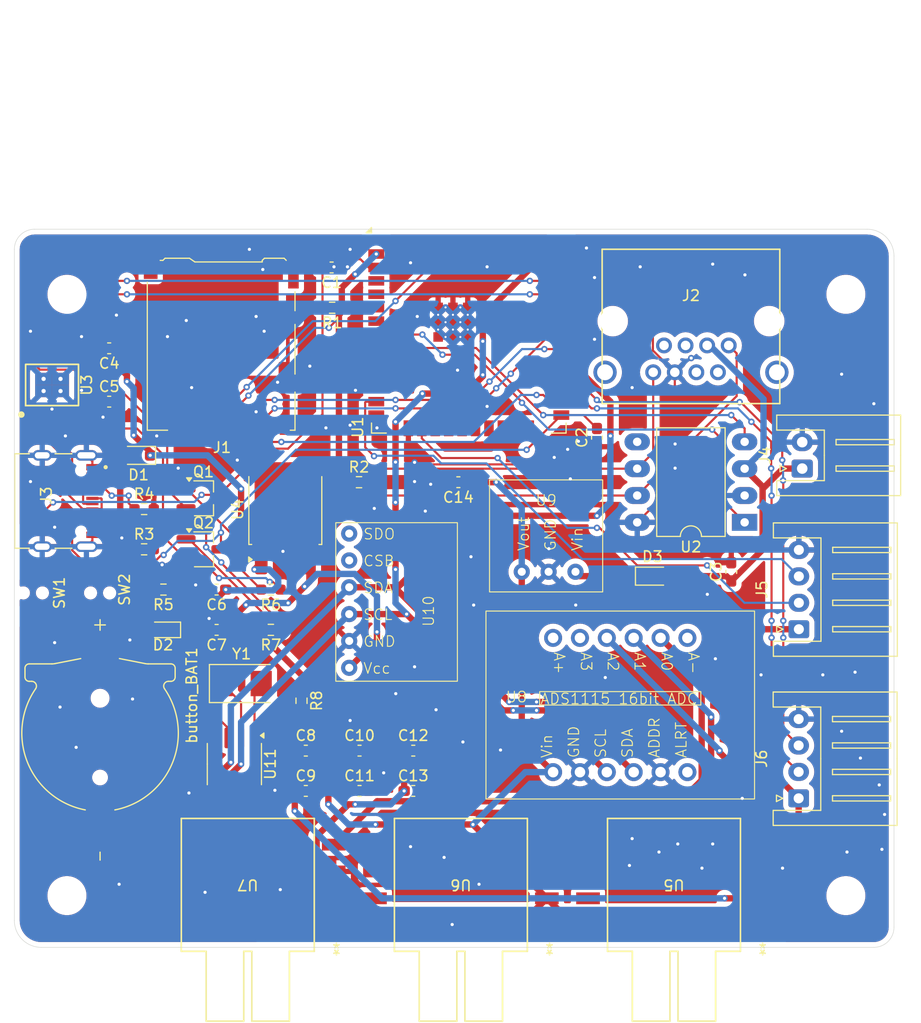
<source format=kicad_pcb>
(kicad_pcb (version 20240108) (generator "pcbnew") (generator_version "8.0")
  (layers (0 "F.Cu" signal) (31 "B.Cu" signal) (34 "B.Paste" user) (35 "F.Paste" user) (36 "B.SilkS" user "B.Silkscreen") (37 "F.SilkS" user "F.Silkscreen") (38 "B.Mask" user) (39 "F.Mask" user) (44 "Edge.Cuts" user))
  (net 0 "")
  (net 1 "Net-(U11-VBAT)")
  (net 2 "GND")
  (net 3 "EN")
  (net 4 "IO 0")
  (net 5 "ext.5V")
  (net 6 "Net-(U3-V3)")
  (net 7 "3.3V")
  (net 8 "Sensor5v")
  (net 9 "Net-(D1-A)")
  (net 10 "Net-(D2-A)")
  (net 11 "Net-(D3-K)")
  (net 15 "CMD")
  (net 18 "CLK")
  (net 20 "DAT3")
  (net 21 "DAT0")
  (net 25 "Net-(U2-CANH)")
  (net 26 "Net-(U2-CANL)")
  (net 30 "DN")
  (net 31 "DP")
  (net 33 "Net-(J3-CC2)")
  (net 35 "Net-(J3-CC1)")
  (net 36 "UART1-RX")
  (net 37 "UART1-TX")
  (net 38 "UART2-TX")
  (net 39 "UART2-RX")
  (net 40 "Net-(Q1-B)")
  (net 41 "RTS")
  (net 42 "DTR")
  (net 43 "Net-(Q2-B)")
  (net 44 "Net-(U11-SQW{slash}OUT)")
  (net 46 "SCL")
  (net 48 "SDA")
  (net 61 "CANTX")
  (net 62 "K-TX>RX")
  (net 63 "CANRX")
  (net 68 "32-TX>RX")
  (net 73 "3-OUT")
  (net 77 "2-OUT")
  (net 86 "1-OUT")
  (net 95 "Net-(U11-X2)")
  (net 96 "Net-(U11-X1)")
  (footprint "MountingHole:MountingHole_3.2mm_M3" (layer "F.Cu") (at 41.804 53.146)
    (property "Reference" "REF**" (hide yes))
    (property "Value" "MountingHole_3.2mm_M3" (hide yes))
  )
  (footprint "Package_TO_SOT_SMD:SC-59_Handsoldering" (layer "F.Cu") (at 54.7148 77.276)
    (property "Reference" "Q2")
    (property "Value" "2SC2712-GR" (hide yes))
  )
  (footprint "Resistor_SMD:R_0603_1608Metric_Pad0.98x0.95mm_HandSolder" (layer "F.Cu") (at 63.9848 91.6035 -90)
    (property "Reference" "R8")
    (property "Value" "4.7k or 5.1k")
  )
  (footprint "digikey-MPXV7002DP:MPXV7002DP" (layer "F.Cu") (at 99.208 109.026 180)
    (property "Reference" "U5")
    (property "Value" "MPXV7002DP")
  )
  (footprint "Resistor_SMD:R_0603_1608Metric_Pad0.98x0.95mm_HandSolder" (layer "F.Cu") (at 66.8823 54.416 180)
    (property "Reference" "R1")
    (property "Value" "10k" (hide yes))
  )
  (footprint "Resistor_SMD:R_0603_1608Metric_Pad0.98x0.95mm_HandSolder" (layer "F.Cu") (at 61.0873 84.896 180)
    (property "Reference" "R7")
    (property "Value" "10k" (hide yes))
  )
  (footprint "Crystal:Crystal_SMD_5032-2Pin_5.0x3.2mm" (layer "F.Cu") (at 58.3248 89.976)
    (property "Reference" "Y1")
    (property "Value" "32.768kHz" (hide yes))
  )
  (footprint "Capacitor_SMD:C_0603_1608Metric_Pad1.08x0.95mm_HandSolder" (layer "F.Cu") (at 78.8173 70.926 180)
    (property "Reference" "C14")
    (property "Value" "10μF")
  )
  (footprint "snapEDA:BAT_CH291-1220LF" (layer "F.Cu") (at 44.9348 95.431 -90)
    (property "Reference" "button_BAT1")
    (property "Value" "3.3v")
  )
  (footprint "Capacitor_SMD:C_0603_1608Metric_Pad1.08x0.95mm_HandSolder" (layer "F.Cu") (at 91.9248 66.7085 90)
    (property "Reference" "C2")
    (property "Value" "0.1μ")
  )
  (footprint "Resistor_SMD:R_0603_1608Metric_Pad0.98x0.95mm_HandSolder" (layer "F.Cu") (at 69.4223 70.926)
    (property "Reference" "R2")
    (property "Value" "120")
  )
  (footprint "Capacitor_SMD:C_0603_1608Metric_Pad1.08x0.95mm_HandSolder" (layer "F.Cu") (at 104.6248 79.4085 90)
    (property "Reference" "C3")
    (property "Value" "0.1μ")
  )
  (footprint "Diode_SMD:D_SOD-323F" (layer "F.Cu") (at 97.1748 79.816)
    (property "Reference" "D3")
    (property "Value" "CUHS20F30")
  )
  (footprint "Capacitor_SMD:C_0603_1608Metric_Pad1.08x0.95mm_HandSolder" (layer "F.Cu") (at 45.7973 58.256 180)
    (property "Reference" "C4")
    (property "Value" "0.1μ")
  )
  (footprint "Capacitor_SMD:C_0603_1608Metric_Pad1.08x0.95mm_HandSolder" (layer "F.Cu") (at 69.4723 100.136)
    (property "Reference" "C11")
    (property "Value" "0.01μF" (hide yes))
  )
  (footprint "Capacitor_SMD:C_0603_1608Metric_Pad1.08x0.95mm_HandSolder" (layer "F.Cu") (at 74.5523 96.326)
    (property "Reference" "C12")
    (property "Value" "1μF" (hide yes))
  )
  (footprint "MountingHole:MountingHole_3.2mm_M3" (layer "F.Cu") (at 41.804 110.042)
    (property "Reference" "REF**" (hide yes))
    (property "Value" "MountingHole_3.2mm_M3" (hide yes))
  )
  (footprint "Package_SO:SOIC-8_3.9x4.9mm_P1.27mm" (layer "F.Cu") (at 57.6348 97.596 -90)
    (property "Reference" "U11")
    (property "Value" "DS1307ZN+" (hide yes))
  )
  (footprint "user:ADS1115" (layer "F.Cu") (at 81.428 83.118)
    (property "Reference" "U8")
    (property "Value" "~")
  )
  (footprint "Capacitor_SMD:C_0603_1608Metric_Pad1.08x0.95mm_HandSolder" (layer "F.Cu") (at 69.4723 96.326)
    (property "Reference" "C10")
    (property "Value" "1μF" (hide yes))
  )
  (footprint "Capacitor_SMD:C_0603_1608Metric_Pad1.08x0.95mm_HandSolder" (layer "F.Cu") (at 64.3923 100.136)
    (property "Reference" "C9")
    (property "Value" "1μF" (hide yes))
  )
  (footprint "Button_Switch_additional:TVAF06-A020B-R" (layer "F.Cu") (at 38.5848 81.401)
    (property "Reference" "SW1")
    (property "Value" "SW_Push")
  )
  (footprint "Connector_JST:JST_XH_S4B-XH-A_1x04_P2.50mm_Horizontal" (layer "F.Cu") (at 111.019 84.836 90)
    (property "Reference" "J5")
    (property "Value" "B4B-XH-A_LF__SN_")
  )
  (footprint "Button_Switch_additional:TVAF06-A020B-R" (layer "F.Cu") (at 44.9348 81.401 180)
    (property "Reference" "SW2")
    (property "Value" "SW_Push" (hide yes))
  )
  (footprint "digikey-MPXV7002DP:MPXV7002DP" (layer "F.Cu") (at 58.9048 109.026 180)
    (property "Reference" "U7")
    (property "Value" "MPXV7002DP")
  )
  (footprint "user:DCDC-5V" (layer "F.Cu") (at 81.7648 71.146)
    (property "Reference" "U9")
    (property "Value" "~")
  )
  (footprint "Capacitor_SMD:C_0603_1608Metric_Pad1.08x0.95mm_HandSolder" (layer "F.Cu") (at 45.7973 63.306)
    (property "Reference" "C5")
    (property "Value" "0.1μ")
  )
  (footprint "Capacitor_SMD:C_0603_1608Metric_Pad1.08x0.95mm_HandSolder" (layer "F.Cu") (at 74.5523 100.136)
    (property "Reference" "C13")
    (property "Value" "0.01μF" (hide yes))
  )
  (footprint "Diode_SMD:D_SOD-323F" (layer "F.Cu") (at 48.5748 68.386 180)
    (property "Reference" "D1")
    (property "Value" "CUHS20F30" (hide yes))
  )
  (footprint "Capacitor_SMD:C_0603_1608Metric_Pad1.08x0.95mm_HandSolder" (layer "F.Cu") (at 64.3923 96.326)
    (property "Reference" "C8")
    (property "Value" "0.01μF" (hide yes))
  )
  (footprint "user:BMP280-breakout" (layer "F.Cu") (at 67.2248 89.756 90)
    (property "Reference" "U10")
    (property "Value" "BMP280-breakout" (hide yes))
  )
  (footprint "Package_TO_SOT_SMD:SC-59_Handsoldering" (layer "F.Cu") (at 54.7148 72.449324)
    (property "Reference" "Q1")
    (property "Value" "2SC2712-GR" (hide yes))
  )
  (footprint "Connector_JST:JST_XH_S2B-XH-A_1x02_P2.50mm_Horizontal" (layer "F.Cu") (at 111.3348 69.636 90)
    (property "Reference" "J4")
    (property "Value" "B2B-XH-A_LF__SN_")
  )
  (footprint "Capacitor_SMD:C_0603_1608Metric_Pad1.08x0.95mm_HandSolder" (layer "F.Cu") (at 55.9573 84.896 180)
    (property "Reference" "C7")
    (property "Value" "22μF" (hide yes))
  )
  (footprint "Connector_JST:JST_XH_S4B-XH-A_1x04_P2.50mm_Horizontal" (layer "F.Cu") (at 110.998 100.838 90)
    (property "Reference" "J6")
    (property "Value" "B4B-XH-A_LF__SN_")
  )
  (footprint "KUT_Connector.pretty-master:7810-8P8C" (layer "F.Cu") (at 100.8148 55.686 180)
    (property "Reference" "J2")
    (property "Value" "RJ45")
  )
  (footprint "Package_DIP:DIP-8_W10.16mm_LongPads" (layer "F.Cu") (at 105.8898 74.726 180)
    (property "Reference" "U2")
    (property "Value" "MCP2561-E-P" (hide yes))
  )
  (footprint "LED_SMD:LED_0603_1608Metric_Pad1.05x0.95mm_HandSolder" (layer "F.Cu") (at 50.8898 84.896 180)
    (property "Reference" "D2")
    (property "Value" "LED" (hide yes))
  )
  (footprint "Capacitor_SMD:C_0603_1608Metric_Pad1.08x0.95mm_HandSolder" (layer "F.Cu") (at 66.8323 50.606 180)
    (property "Reference" "C1")
    (property "Value" "0.1μ" (hide yes))
  )
  (footprint "Resistor_SMD:R_0603_1608Metric_Pad0.98x0.95mm_HandSolder" (layer "F.Cu") (at 49.1023 77.276)
    (property "Reference" "R3")
    (property "Value" "5.1k" (hide yes))
  )
  (footprint "Package_TO_SOT_SMD:TO-252-2" (layer "F.Cu") (at 62.4548 73.506 90)
    (property "Reference" "U4")
    (property "Value" "NJM2845DL1-33" (hide yes))
  )
  (footprint "MountingHole:MountingHole_3.2mm_M3" (layer "F.Cu") (at 115.464 110.042)
    (property "Reference" "REF**" (hide yes))
    (property "Value" "MountingHole_3.2mm_M3" (hide yes))
  )
  (footprint "snapEDA:NELTRON_5077CR-16SMC2-BK-TR" (layer "F.Cu") (at 43.1423 72.706 -90)
    (property "Reference" "J3")
    (property "Value" "5077CR-16SMC2-BK-TR" (hide yes))
  )
  (footprint "Connector_Card:microSD_HC_Hirose_DM3AT-SF-PEJM5" (layer "F.Cu") (at 56.3948 58.121 180)
    (property "Reference" "J1")
    (property "Value" "DM3AT-SF-PEJM5")
  )
  (footprint "digikey-MPXV7002DP:MPXV7002DP" (layer "F.Cu") (at 79.0564 109.026 180)
    (property "Reference" "U6")
    (property "Value" "MPXV7002DP")
  )
  (footprint "Resistor_SMD:R_0603_1608Metric_Pad0.98x0.95mm_HandSolder" (layer "F.Cu") (at 50.9273 81.086 180)
    (property "Reference" "R5")
    (property "Value" "1k" (hide yes))
  )
  (footprint "Resistor_SMD:R_0603_1608Metric_Pad0.98x0.95mm_HandSolder" (layer "F.Cu") (at 49.1023 73.466)
    (property "Reference" "R4")
    (property "Value" "5.1k" (hide yes))
  )
  (footprint "0my_project:ESSOP-10_CH224K" (layer "F.Cu") (at 40.3948 61.726 90)
    (property "Reference" "U3")
    (property "Value" "CH340K")
  )
  (footprint "Capacitor_SMD:C_0603_1608Metric_Pad1.08x0.95mm_HandSolder" (layer "F.Cu") (at 55.9573 81.086 180)
    (property "Reference" "C6")
    (property "Value" "10μF" (hide yes))
  )
  (footprint "MountingHole:MountingHole_3.2mm_M3" (layer "F.Cu") (at 115.464 53.146)
    (property "Reference" "REF**" (hide yes))
    (property "Value" "MountingHole_3.2mm_M3" (hide yes))
  )
  (footprint "RF_Module:ESP32-WROOM-32E" (layer "F.Cu") (at 79.8048 53.326)
    (property "Reference" "U1")
    (property "Value" "ESP32-WROOM-32E" (hide yes))
  )
  (footprint "Resistor_SMD:R_0603_1608Metric_Pad0.98x0.95mm_HandSolder" (layer "F.Cu") (at 61.0873 81.086 180)
    (property "Reference" "R6")
    (property "Value" "10k" (hide yes))
  )
  (gr_line (start 36.83 48.895) (end 36.83 112.395) (stroke (width 0.05)) (layer "Edge.Cuts"))
  (gr_arc (start 120.015 113.03) (mid 119.457038 114.377038) (end 118.11 114.935) (stroke (width 0.05)) (layer "Edge.Cuts"))
  (gr_line (start 120.015 113.03) (end 120.015 49.53) (stroke (width 0.05)) (layer "Edge.Cuts"))
  (gr_arc (start 36.83 48.895) (mid 37.387962 47.547962) (end 38.735 46.99) (stroke (width 0.05)) (layer "Edge.Cuts"))
  (gr_line (start 39.37 114.935) (end 118.11 114.935) (stroke (width 0.05)) (layer "Edge.Cuts"))
  (gr_line (start 117.475 46.99) (end 38.735 46.99) (stroke (width 0.05)) (layer "Edge.Cuts"))
  (gr_arc (start 39.37 114.935) (mid 37.573949 114.191051) (end 36.83 112.395) (stroke (width 0.05)) (layer "Edge.Cuts"))
  (gr_arc (start 117.475 46.99) (mid 119.271051 47.733949) (end 120.015 49.53) (stroke (width 0.05)) (layer "Edge.Cuts"))
  (segment (start 56.9998 94.146001) (end 50.389799 87.536) (width 0.2) (layer "F.Cu") (net 1))
  (segment (start 56.9998 95.121) (end 56.9998 94.146001) (width 0.2) (layer "F.Cu") (net 1))
  (segment (start 50.389799 87.536) (end 44.9348 87.536) (width 0.2) (layer "F.Cu") (net 1))
  (segment (start 74.0898 65.826) (end 74.0898 68.4598) (width 0.2) (layer "F.Cu") (net 2))
  (segment (start 44.2073 75.906) (end 44.2073 76.461) (width 0.2) (layer "F.Cu") (net 2))
  (segment (start 97.2148 55.776) (end 89.5048 48.066) (width 0.2) (layer "F.Cu") (net 2))
  (segment (start 59.1198 64.8322) (end 59.69 64.262) (width 0.2) (layer "F.Cu") (net 2))
  (segment (start 59.1198 65.846) (end 59.1198 64.8322) (width 0.2) (layer "F.Cu") (net 2))
  (segment (start 74.0898 68.4598) (end 74.676 69.046) (width 0.2) (layer "F.Cu") (net 2))
  (segment (start 99.2848 67.2808) (end 99.2848 60.526) (width 0.2) (layer "F.Cu") (net 2))
  (segment (start 99.2848 60.526) (end 97.2148 58.456) (width 0.2) (layer "F.Cu") (net 2))
  (segment (start 44.2073 69.506) (end 44.2073 68.951) (width 0.2) (layer "F.Cu") (net 2))
  (segment (start 88.392 68.58) (end 89.154 67.818) (width 0.2) (layer "F.Cu") (net 2))
  (segment (start 77.9548 70.926) (end 74.736 70.926) (width 0.2) (layer "F.Cu") (net 2))
  (segment (start 90.17 67.056) (end 89.916 67.056) (width 0.2) (layer "F.Cu") (net 2))
  (segment (start 99.314 67.31) (end 99.2848 67.2808) (width 0.2) (layer "F.Cu") (net 2))
  (segment (start 74.87 69.24) (end 87.224 69.24) (width 0.2) (layer "F.Cu") (net 2))
  (segment (start 89.5048 48.066) (end 88.5548 48.066) (width 0.2) (layer "F.Cu") (net 2))
  (segment (start 87.224 69.24) (end 87.884 68.58) (width 0.2) (layer "F.Cu") (net 2))
  (segment (start 74.736 70.926) (end 74.676 70.866) (width 0.2) (layer "F.Cu") (net 2))
  (segment (start 99.314 71.1418) (end 99.314 69.596) (width 0.2) (layer "F.Cu") (net 2))
  (segment (start 87.884 68.58) (end 88.392 68.58) (width 0.2) (layer "F.Cu") (net 2))
  (segment (start 95.7298 74.726) (end 99.314 71.1418) (width 0.2) (layer "F.Cu") (net 2))
  (segment (start 44.2073 76.461) (end 43.6423 77.026) (width 0.2) (layer "F.Cu") (net 2))
  (segment (start 44.2073 68.951) (end 43.6423 68.386) (width 0.2) (layer "F.Cu") (net 2))
  (segment (start 89.916 67.056) (end 89.154 67.818) (width 0.2) (layer "F.Cu") (net 2))
  (segment (start 97.2148 58.456) (end 97.2148 55.776) (width 0.2) (layer "F.Cu") (net 2))
  (segment (start 74.676 69.046) (end 74.87 69.24) (width 0.2) (layer "F.Cu") (net 2))
  (via (at 99.314 69.596) (size 0.6) (drill 0.3) (layers "F.Cu" "B.Cu") (net 2))
  (via (at 40.64 86.106) (size 0.6) (drill 0.3) (layers "F.Cu" "B.Cu") (net 2))
  (via (at 71.755 98.425) (size 0.6) (drill 0.3) (layers "F.Cu" "B.Cu") (net 2))
  (via (at 115.062 60.706) (size 0.6) (drill 0.3) (layers "F.Cu" "B.Cu") (net 2))
  (via (at 46.736 108.966) (size 0.6) (drill 0.3) (layers "F.Cu" "B.Cu") (net 2))
  (via (at 47.752 85.852) (size 0.6) (drill 0.3) (layers "F.Cu" "B.Cu") (net 2))
  (via (at 62.23 77.47) (size 0.6) (drill 0.3) (layers "F.Cu" "B.Cu") (net 2))
  (via (at 118.618 99.568) (size 0.6) (drill 0.3) (layers "F.Cu" "B.Cu") (net 2))
  (via (at 80.264 82.55) (size 0.6) (drill 0.3) (layers "F.Cu" "B.Cu") (net 2))
  (via (at 87.884 68.58) (size 0.6) (drill 0.3) (layers "F.Cu" "B.Cu") (net 2))
  (via (at 101.854 107.442) (size 0.6) (drill 0.3) (layers "F.Cu" "B.Cu") (net 2))
  (via (at 102.362 81.534) (size 0.6) (drill 0.3) (layers "F.Cu" "B.Cu") (net 2))
  (via (at 80.01 77.978) (size 0.6) (drill 0.3) (layers "F.Cu" "B.Cu") (net 2))
  (via (at 69.088 62.23) (size 0.6) (drill 0.3) (layers "F.Cu" "B.Cu") (net 2))
  (via (at 41.148 92.202) (size 0.6) (drill 0.3) (layers "F.Cu" "B.Cu") (net 2))
  (via (at 64.77 59.944) (size 0.6) (drill 0.3) (layers "F.Cu" "B.Cu") (net 2))
  (via (at 68.58 48.895) (size 0.6) (drill 0.3) (layers "F.Cu" "B.Cu") (net 2))
  (via (at 99.314 67.31) (size 0.6) (drill 0.3) (layers "F.Cu" "B.Cu") (net 2))
  (via (at 45.212 64.77) (size 0.6) (drill 0.3) (layers "F.Cu" "B.Cu") (net 2))
  (via (at 91.694 57.404) (size 0.6) (drill 0.3) (layers "F.Cu" "B.Cu") (net 2))
  (via (at 57.912 68.834) (size 0.6) (drill 0.3) (layers "F.Cu" "B.Cu") (net 2))
  (via (at 74.676 70.866) (size 0.6) (drill 0.3) (layers "F.Cu" "B.Cu") (net 2))
  (via (at 61.722 61.468) (size 0.6) (drill 0.3) (layers "F.Cu" "B.Cu") (net 2))
  (via (at 77.47 106.426) (size 0.6) (drill 0.3) (layers "F.Cu" "B.Cu") (net 2))
  (via (at 97.79 105.918) (size 0.6) (drill 0.3) (layers "F.Cu" "B.Cu") (net 2))
  (via (at 115.062 94.488) (size 0.6) (drill 0.3) (layers "F.Cu" "B.Cu") (net 2))
  (via (at 89.154 67.818) (size 0.6) (drill 0.3) (layers "F.Cu" "B.Cu") (net 2))
  (via (at 89.408 70.612) (size 0.6) (drill 0.3) (layers "F.Cu" "B.Cu") (net 2))
  (via (at 119.126 102.362) (size 0.6) (drill 0.3) (layers "F.Cu" "B.Cu") (net 2))
  (via (at 75.692 73.66) (size 0.6) (drill 0.3) (layers "F.Cu" "B.Cu") (net 2))
  (via (at 74.93 55.245) (size 0.6) (drill 0.3) (layers "F.Cu" "B.Cu") (net 2))
  (via (at 118.11 63.5) (size 0.6) (drill 0.3) (layers "F.Cu" "B.Cu") (net 2))
  (via (at 55.245 83.82) (size 0.6) (drill 0.3) (layers "F.Cu" "B.Cu") (net 2))
  (via (at 81.534 50.546) (size 0.6) (drill 0.3) (layers "F.Cu" "B.Cu") (net 2))
  (via (at 115.57 105.918) (size 0.6) (drill 0.3) (layers "F.Cu" "B.Cu") (net 2))
  (via (at 54.864 109.728) (size 0.6) (drill 0.3) (layers "F.Cu" "B.Cu") (net 2))
  (via (at 105.918 51.308) (size 0.6) (drill 0.3) (layers "F.Cu" "B.Cu") (net 2))
  (via (at 53.975 80.645) (size 0.6) (drill 0.3) (layers "F.Cu" "B.Cu") (net 2))
  (via (at 68.58 65.532) (size 0.6) (drill 0.3) (layers "F.Cu" "B.Cu") (net 2))
  (via (at 87.376 77.216) (size 0.6) (drill 0.3) (layers "F.Cu" "B.Cu") (net 2))
  (via (at 94.996 107.188) (size 0.6) (drill 0.3) (layers "F.Cu" "B.Cu") (net 2))
  (via (at 43.18 62.23) (size 0.6) (drill 0.3) (layers "F.Cu" "B.Cu") (net 2))
  (via (at 38.354 70.866) (size 0.6) (drill 0.3) (layers "F.Cu" "B.Cu") (net 2))
  (via (at 40.64 75.184) (size 0.6) (drill 0.3) (layers "F.Cu" "B.Cu") (net 2))
  (via (at 113.284 89.154) (size 0.6) (drill 0.3) (layers "F.Cu" "B.Cu") (net 2))
  (via (at 42.672 96.012) (size 0.6) (drill 0.3) (layers "F.Cu" "B.Cu") (net 2))
  (via (at 43.18 57.15) (size 0.6) (drill 0.3) (layers "F.Cu" "B.Cu") (net 2))
  (via (at 61.468 100.076) (size 0.6) (drill 0.3) (layers "F.Cu" "B.Cu") (net 2))
  (via (at 53.34 100.33) (size 0.6) (drill 0.3) (layers "F.Cu" "B.Cu") (net 2))
  (via (at 53.594 61.976) (size 0.6) (drill 0.3) (layers "F.Cu" "B.Cu") (net 2))
  (via (at 59.69 64.262) (size 0.6) (drill 0.3) (layers "F.Cu" "B.Cu") (net 2))
  (via (at 40.386 64.008) (size 0.6) (drill 0.3) (layers "F.Cu" "B.Cu") (net 2))
  (via (at 67.056 50.546) (size 0.6) (drill 0.3) (layers "F.Cu" "B.Cu") (net 2))
  (via (at 102.87 105.156) (size 0.6) (drill 0.3) (layers "F.Cu" "B.Cu") (net 2))
  (via (at 71.12 65.786) (size 0.6) (drill 0.3) (layers "F.Cu" "B.Cu") (net 2))
  (via (at 76.708 92.456) (size 0.6) (drill 0.3) (layers "F.Cu" "B.Cu") (net 2))
  (via (at 76.2 71.12) (size 0.6) (drill 0.3) (layers "F.Cu" "B.Cu") (net 2))
  (via (at 52.324 69.596) (size 0.6) (drill 0.3) (layers "F.Cu" "B.Cu") (net 2))
  (via (at 70.866 73.406) (size 0.6) (drill 0.3) (layers "F.Cu" "B.Cu") (net 2))
  (via (at 59.055 48.895) (size 0.6) (drill 0.3) (layers "F.Cu" "B.Cu") (net 2))
  (via (at 50.8 78.74) (size 0.6) (drill 0.3) (layers "F.Cu" "B.Cu") (net 2))
  (via (at 66.294 65.786) (size 0.6) (drill 0.3) (layers "F.Cu" "B.Cu") (net 2))
  (via (at 79.248 95.504) (size 0.6) (drill 0.3) (layers "F.Cu" "B.Cu") (net 2))
  (via (at 78.232 112.776) (size 0.6) (drill 0.3) (layers "F.Cu" "B.Cu") (net 2))
  (via (at 95.25 61.976) (size 0.6) (drill 0.3) (layers "F.Cu" "B.Cu") (net 2))
  (via (at 72.898 90.932) (size 0.6) (drill 0.3) (layers "F.Cu" "B.Cu") (net 2))
  (via (at 90.932 48.768) (size 0.6) (drill 0.3) (layers "F.Cu" "B.Cu") (net 2))
  (via (at 68.326 50.546) (size 0.6) (drill 0.3) (layers "F.Cu" "B.Cu") (net 2))
  (via (at 48.006 91.44) (size 0.6) (drill 0.3) (layers "F.Cu" "B.Cu") (net 2))
  (via (at 118.872 105.664) (size 0.6) (drill 0.3) (layers "F.Cu" "B.Cu") (net 2))
  (via (at 91.694 51.562) (size 0.6) (drill 0.3) (layers "F.Cu" "B.Cu") (net 2))
  (via (at 81.534 63.754) (size 0.6) (drill 0.3) (layers "F.Cu" "B.Cu") (net 2))
  (via (at 68.58 93.472) (size 0.6) (drill 0.3) (layers "F.Cu" "B.Cu") (net 2))
  (via (at 99.568 105.156) (size 0.6) (drill 0.3) (layers "F.Cu" "B.Cu") (net 2))
  (via (at 60.325 50.8) (size 0.6) (drill 0.3) (layers "F.Cu" "B.Cu") (net 2))
  (via (at 107.442 89.154) (size 0.6) (drill 0.3) (layers "F.Cu" "B.Cu") (net 2))
  (via (at 96.012 50.546) (size 0.6) (drill 0.3) (layers "F.Cu" "B.Cu") (net 2))
  (via (at 74.295 105.41) (size 0.6) (drill 0.3) (layers "F.Cu" "B.Cu") (net 2))
  (via (at 51.308 57.15) (size 0.6) (drill 0.3) (layers "F.Cu" "B.Cu") (net 2))
  (via (at 90.17 67.056) (size 0.6) (drill 0.3) (layers "F.Cu" "B.Cu") (net 2))
  (via (at 80.772 108.966) (size 0.6) (drill 0.3) (layers "F.Cu" "B.Cu") (net 2))
  (via (at 53.086 55.626) (size 0.6) (drill 0.3) (layers "F.Cu" "B.Cu") (net 2))
  (via (at 60.452 56.642) (size 0.6) (drill 0.3) (layers "F.Cu" "B.Cu") (net 2))
  (via (at 82.804 96.266) (size 0.6) (drill 0.3) (layers "F.Cu" "B.Cu") (net 2))
  (via (at 116.332 88.9) (size 0.6) (drill 0.3) (layers "F.Cu" "B.Cu") (net 2))
  (via (at 41.656 66.548) (size 0.6) (drill 0.3) (layers "F.Cu" "B.Cu") (net 2))
  (via (at 89.916 82.55) (size 0.6) (drill 0.3) (layers "F.Cu" "B.Cu") (net 2))
  (via (at 105.664 100.838) (size 0.6) (drill 0.3) (layers "F.Cu" "B.Cu") (net 2))
  (via (at 95.25 104.648) (size 0.6) (drill 0.3) (layers "F.Cu" "B.Cu") (net 2))
  (via (at 92.71 89.408) (size 0.6) (drill 0.3) (layers "F.Cu" "B.Cu") (net 2))
  (via (at 109.474 107.442) (size 0.6) (drill 0.3) (layers "F.Cu" "B.Cu") (net 2))
  (via (at 46.99 76.2) (size 0.6) (drill 0.3) (layers "F.Cu" "B.Cu") (net 2))
  (via (at 103.124 87.63) (size 0.6) (drill 0.3) (layers "F.Cu" "B.Cu") (net 2))
  (via (at 78.74 60.325) (size 0.6) (drill 0.3) (layers "F.Cu" "B.Cu") (net 2))
  (via (at 100.838 59.182) (size 0.6) (drill 0.3) (layers "F.Cu" "B.Cu") (net 2))
  (via (at 50.292 66.548) (size 0.6) (drill 0.3) (layers "F.Cu" "B.Cu") (net 2))
  (via (at 59.69 55.245) (size 0.6) (drill 0.3) (layers "F.Cu" "B.Cu") (net 2))
  (via (at 102.87 50.292) (size 0.6) (drill 0.3) (layers "F.Cu" "B.Cu") (net 2))
  (via (at 61.976 109.474) (size 0.6) (drill 0.3) (layers "F.Cu" "B.Cu") (net 2))
  (via (at 116.84 97.028) (size 0.6) (drill 0.3) (layers "F.Cu" "B.Cu") (net 2))
  (via (at 74.676 88.392) (size 0.6) (drill 0.3) (layers "F.Cu" "B.Cu") (net 2))
  (via (at 46.482 55.118) (size 0.6) (drill 0.3) (layers "F.Cu" "B.Cu") (net 2))
  (via (at 74.676 69.046) (size 0.6) (drill 0.3) (layers "F.Cu" "B.Cu") (net 2))
  (via (at 74.295 50.165) (size 0.6) (drill 0.3) (layers "F.Cu" "B.Cu") (net 2))
  (via (at 38.354 56.642) (size 0.6) (drill 0.3) (layers "F.Cu" "B.Cu") (net 2))
  (segment (start 74.676 69.046) (end 74.676 70.866) (width 0.2) (layer "B.Cu") (net 2))
  (segment (start 99.314 69.596) (end 99.314 67.31) (width 0.2) (layer "B.Cu") (net 2))
  (segment (start 66.7448 49.831) (end 69.5598 49.831) (width 0.2) (layer "F.Cu") (net 3))
  (segment (start 54.534903 72.120897) (end 56.036373 72.120897) (width 0.2) (layer "F.Cu") (net 3))
  (segment (start 65.9698 50.606) (end 66.7448 49.831) (width 0.2) (layer "F.Cu") (net 3))
  (segment (start 38.059801 75.260999) (end 40.4898 72.831) (width 0.2) (layer "F.Cu") (net 3))
  (segment (start 65.9698 64.496) (end 65.9698 54.416) (width 0.2) (layer "F.Cu") (net 3))
  (segment (start 56.3648 72.449324) (end 56.3648 71.951256) (width 0.2) (layer "F.Cu") (net 3))
  (segment (start 56.3648 71.951256) (end 60.565056 67.751) (width 0.2) (layer "F.Cu") (net 3))
  (segment (start 60.565056 67.751) (end 62.7148 67.751) (width 0.2) (layer "F.Cu") (net 3))
  (segment (start 69.5598 49.831) (end 70.3348 50.606) (width 0.2) (layer "F.Cu") (net 3))
  (segment (start 62.7148 67.751) (end 65.9698 64.496) (width 0.2) (layer "F.Cu") (net 3))
  (segment (start 38.5848 79.176) (end 38.059801 78.651001) (width 0.2) (layer "F.Cu") (net 3))
  (segment (start 56.036373 72.120897) (end 56.3648 72.449324) (width 0.2) (layer "F.Cu") (net 3))
  (segment (start 65.9698 54.416) (end 65.9698 50.606) (width 0.2) (layer "F.Cu") (net 3))
  (segment (start 70.3348 50.606) (end 71.0548 50.606) (width 0.2) (layer "F.Cu") (net 3))
  (segment (start 38.059801 78.651001) (end 38.059801 75.260999) (width 0.2) (layer "F.Cu") (net 3))
  (via (at 40.4898 72.831) (size 0.6) (drill 0.3) (layers "F.Cu" "B.Cu") (net 3))
  (via (at 54.534903 72.120897) (size 0.6) (drill 0.3) (layers "F.Cu" "B.Cu") (net 3))
  (segment (start 40.4898 72.831) (end 40.5248 72.796) (width 0.2) (layer "B.Cu") (net 3))
  (segment (start 53.8598 72.796) (end 54.534903 72.120897) (width 0.2) (layer "B.Cu") (net 3))
  (segment (start 40.5248 72.796) (end 53.8598 72.796) (width 0.2) (layer "B.Cu") (net 3))
  (segment (start 44.9348 83.626) (end 48.775881 79.784919) (width 0.2) (layer "F.Cu") (net 4))
  (segment (start 90.6548 64.576) (end 91.9248 65.846) (width 0.2) (layer "F.Cu") (net 4))
  (segment (start 48.775881 79.784919) (end 48.775881 79.769141) (width 0.2) (layer "F.Cu") (net 4))
  (segment (start 88.5548 64.576) (end 90.6548 64.576) (width 0.2) (layer "F.Cu") (net 4))
  (segment (start 85.273035 67.857765) (end 88.5548 64.576) (width 0.2) (layer "F.Cu") (net 4))
  (segment (start 56.3648 75.692) (end 56.3648 77.276) (width 0.2) (layer "F.Cu") (net 4))
  (segment (start 50.733591 77.811431) (end 50.944445 77.811431) (width 0.2) (layer "F.Cu") (net 4))
  (segment (start 48.775881 79.769141) (end 50.733591 77.811431) (width 0.2) (layer "F.Cu") (net 4))
  (via (at 56.3648 75.692) (size 0.6) (drill 0.3) (layers "F.Cu" "B.Cu") (net 4))
  (via (at 85.273035 67.857765) (size 0.6) (drill 0.3) (layers "F.Cu" "B.Cu") (net 4))
  (via (at 50.944445 77.811431) (size 0.6) (drill 0.3) (layers "F.Cu" "B.Cu") (net 4))
  (segment (start 56.3648 75.692) (end 56.3648 74.94953) (width 0.2) (layer "B.Cu") (net 4))
  (segment (start 55.577617 76.479183) (end 56.3648 75.692) (width 0.2) (layer "B.Cu") (net 4))
  (segment (start 50.944445 77.811431) (end 52.276693 76.479183) (width 0.2) (layer "B.Cu") (net 4))
  (segment (start 52.276693 76.479183) (end 55.577617 76.479183) (width 0.2) (layer "B.Cu") (net 4))
  (segment (start 63.456565 67.857765) (end 85.273035 67.857765) (width 0.2) (layer "B.Cu") (net 4))
  (segment (start 56.3648 74.94953) (end 63.456565 67.857765) (width 0.2) (layer "B.Cu") (net 4))
  (segment (start 98.2748 79.816) (end 104.1698 79.816) (width 0.6) (layer "F.Cu") (net 5))
  (segment (start 44.9348 58.256) (end 44.6048 57.926) (width 0.2) (layer "F.Cu") (net 5))
  (segment (start 55.8448 82.061) (end 56.8198 81.086) (width 0.6) (layer "F.Cu") (net 5))
  (segment (start 63.9848 92.516) (end 63.9848 94.283936) (width 0.6) (layer "F.Cu") (net 5))
  (segment (start 108.9536 113.8948) (end 110.998 111.8504) (width 0.6) (layer "F.Cu") (net 5))
  (segment (start 98.2748 79.816) (end 103.2948 84.836) (width 0.6) (layer "F.Cu") (net 5))
  (segment (start 110.998 111.8504) (end 110.998 100.838) (width 0.6) (layer "F.Cu") (net 5))
  (segment (start 59.5398 98.728936) (end 59.5398 100.071) (width 0.6) (layer "F.Cu") (net 5))
  (segment (start 63.9848 94.283936) (end 59.5398 98.728936) (width 0.6) (layer "F.Cu") (net 5))
  (segment (start 105.2598 95.0998) (end 105.2598 86.801) (width 0.6) (layer "F.Cu") (net 5))
  (segment (start 47.4748 60.796) (end 44.9348 58.256) (width 0.6) (layer "F.Cu") (net 5))
  (segment (start 51.8398 81.086) (end 52.8148 82.061) (width 0.6) (layer "F.Cu") (net 5))
  (segment (start 104.1698 79.816) (end 104.6248 80.271) (width 0.6) (layer "F.Cu") (net 5))
  (segment (start 107.5898 71.346) (end 107.5898 71.561) (width 0.6) (layer "F.Cu") (net 5))
  (segment (start 49.6748 68.386) (end 49.6748 68.046) (width 0.6) (layer "F.Cu") (net 5))
  (segment (start 41.3948 58.026) (end 41.3948 58.876) (width 0.2) (layer "F.Cu") (net 5))
  (segment (start 59.5398 112.8798) (end 60.5548 113.8948) (width 0.6) (layer "F.Cu") (net 5))
  (segment (start 52.8148 82.061) (end 55.8448 82.061) (width 0.6) (layer "F.Cu") (net 5))
  (segment (start 64.9598 90.128936) (end 60.701864 85.871) (width 0.6) (layer "F.Cu") (net 5))
  (segment (start 47.4748 61.401) (end 47.4748 60.796) (width 0.6) (layer "F.Cu") (net 5))
  (segment (start 63.9848 92.516) (end 64.9598 91.541) (width 0.6) (layer "F.Cu") (net 5))
  (segment (start 60.701864 85.871) (end 54.482736 85.871) (width 0.6) (layer "F.Cu") (net 5))
  (segment (start 60.1748 78.546) (end 58.2698 76.641) (width 0.6) (layer "F.Cu") (net 5))
  (segment (start 44.6048 57.926) (end 41.4948 57.926) (width 0.2) (layer "F.Cu") (net 5))
  (segment (start 64.9598 91.541) (end 64.9598 90.128936) (width 0.6) (layer "F.Cu") (net 5))
  (segment (start 54.482736 85.871) (end 51.8398 83.228064) (width 0.6) (layer "F.Cu") (net 5))
  (segment (start 107.5898 71.561) (end 109.5148 69.636) (width 0.6) (layer "F.Cu") (net 5))
  (segment (start 41.4948 57.926) (end 41.3948 58.026) (width 0.2) (layer "F.Cu") (net 5))
  (segment (start 110.998 100.838) (end 105.2598 95.0998) (width 0.6) (layer "F.Cu") (net 5))
  (segment (start 109.5148 69.636) (end 111.3348 69.636) (width 0.6) (layer "F.Cu") (net 5))
  (segment (start 60.1748 78.546) (end 59.5398 79.181) (width 0.6) (layer "F.Cu") (net 5))
  (segment (start 51.8398 83.228064) (end 51.8398 81.086) (width 0.6) (layer "F.Cu") (net 5))
  (segment (start 105.2598 86.801) (end 103.2948 84.836) (width 0.6) (layer "F.Cu") (net 5))
  (segment (start 107.5898 77.306) (end 104.6248 80.271) (width 0.6) (layer "F.Cu") (net 5))
  (segment (start 58.2698 76.641) (end 58.2698 71.561) (width 0.6) (layer "F.Cu") (net 5))
  (segment (start 49.6748 68.046) (end 48.1098 66.481) (width 0.6) (layer "F.Cu") (net 5))
  (segment (start 103.2948 84.836) (end 111.019 84.836) (width 0.6) (layer "F.Cu") (net 5))
  (segment (start 60.5548 113.8948) (end 108.9536 113.8948) (width 0.6) (layer "F.Cu") (net 5))
  (segment (start 107.5898 71.561) (end 107.5898 77.306) (width 0.6) (layer "F.Cu") (net 5))
  (segment (start 105.8898 69.646) (end 107.5898 71.346) (width 0.6) (layer "F.Cu") (net 5))
  (segment (start 59.5398 100.071) (end 59.5398 112.8798) (width 0.6) (layer "F.Cu") (net 5))
  (via (at 49.6748 68.386) (size 0.6) (drill 0.3) (layers "F.Cu" "B.Cu") (net 5))
  (via (at 47.4748 61.401) (size 0.6) (drill 0.3) (layers "F.Cu" "B.Cu") (net 5))
  (via (at 58.2698 71.561) (size 0.6) (drill 0.3) (layers "F.Cu" "B.Cu") (net 5))
  (via (at 48.1098 66.481) (size 0.6) (drill 0.3) (layers "F.Cu" "B.Cu") (net 5))
  (via (at 59.5398 79.181) (size 0.6) (drill 0.3) (layers "F.Cu" "B.Cu") (net 5))
  (via (at 56.8198 81.086) (size 0.6) (drill 0.3) (layers "F.Cu" "B.Cu") (net 5))
  (segment (start 56.89273 81.15893) (end 56.8198 81.086) (width 0.6) (layer "B.Cu") (net 5))
  (segment (start 61.781591 80.027559) (end 61.781591 80.690301) (width 0.6) (layer "B.Cu") (net 5))
  (segment (start 61.781591 80.690301) (end 61.312962 81.15893) (width 0.6) (layer "B.Cu") (net 5))
  (segment (start 48.1098 62.036) (end 47.4748 61.401) (width 0.6) (layer "B.Cu") (net 5))
  (segment (start 102.592567 57.986) (end 102.3448 57.986) (width 0.6) (layer "B.Cu") (net 5))
  (segment (start 60.935032 79.181) (end 61.781591 80.027559) (width 0.6) (layer "B.Cu") (net 5))
  (segment (start 107.675929 67.859871) (end 107.675929 63.069362) (width 0.6) (layer "B.Cu") (net 5))
  (segment (start 55.0948 68.386) (end 49.6748 68.386) (width 0.6) (layer "B.Cu") (net 5))
  (segment (start 59.5398 79.181) (end 60.935032 79.181) (width 0.6) (layer "B.Cu") (net 5))
  (segment (start 61.312962 81.15893) (end 56.89273 81.15893) (width 0.6) (layer "B.Cu") (net 5))
  (segment (start 107.675929 63.069362) (end 102.592567 57.986) (width 0.6) (layer "B.Cu") (net 5))
  (segment (start 48.1098 66.481) (end 48.1098 62.036) (width 0.6) (layer "B.Cu") (net 5))
  (segment (start 105.8898 69.646) (end 107.675929 67.859871) (width 0.6) (layer "B.Cu") (net 5))
  (segment (start 58.2698 71.561) (end 55.0948 68.386) (width 0.6) (layer "B.Cu") (net 5))
  (segment (start 39.2448 60.276) (end 43.1748 60.276) (width 0.2) (layer "F.Cu") (net 6))
  (segment (start 38.3948 59.426) (end 39.2448 60.276) (width 0.2) (layer "F.Cu") (net 6))
  (segment (start 43.1748 60.276) (end 44.9348 62.036) (width 0.2) (layer "F.Cu") (net 6))
  (segment (start 38.3948 58.876) (end 38.3948 59.426) (width 0.2) (layer "F.Cu") (net 6))
  (segment (start 44.9348 62.036) (end 44.9348 63.306) (width 0.2) (layer "F.Cu") (net 6))
  (segment (start 67.7948 52.511) (end 69.0648 51.241) (width 0.6) (layer "F.Cu") (net 7))
  (segment (start 58.725146 82.535654) (end 56.8198 84.441) (width 0.6) (layer "F.Cu") (net 7))
  (segment (start 64.7348 80.336) (end 64.2804 80.7904) (width 0.6) (layer "F.Cu") (net 7))
  (segment (start 56.9198 64.787422) (end 56.9198 65.846) (width 0.2) (layer "F.Cu") (net 7))
  (segment (start 56.8198 84.441) (end 56.8198 84.896) (width 0.6) (layer "F.Cu") (net 7))
  (segment (start 67.7948 54.416) (end 67.7948 52.511) (width 0.6) (layer "F.Cu") (net 7))
  (segment (start 64.7348 78.546) (end 64.7348 77.446) (width 0.6) (layer "F.Cu") (net 7))
  (segment (start 58.964537 62.730737) (end 56.9198 64.787422) (width 0.2) (layer "F.Cu") (net 7))
  (segment (start 64.2804 80.7904) (end 62.7148 82.356) (width 0.6) (layer "F.Cu") (net 7))
  (segment (start 64.7348 77.446) (end 67.5223 74.6585) (width 0.6) (layer "F.Cu") (net 7))
  (segment (start 67.5223 74.6585) (end 67.5223 54.6885) (width 0.6) (layer "F.Cu") (net 7))
  (segment (start 68.4948 88.486) (end 71.12 85.8608) (width 0.6) (layer "F.Cu") (net 7))
  (segment (start 67.5223 54.6885) (end 67.7948 54.416) (width 0.6) (layer "F.Cu") (net 7))
  (segment (start 71.12 85.8608) (end 71.12 85.09) (width 0.6) (layer "F.Cu") (net 7))
  (segment (start 67.7948 55.096) (end 67.7948 54.416) (width 0.2) (layer "F.Cu") (net 7))
  (segment (start 64.7348 78.546) (end 64.7348 80.336) (width 0.6) (layer "F.Cu") (net 7))
  (segment (start 66.5698 56.321) (end 67.7948 55.096) (width 0.2) (layer "F.Cu") (net 7))
  (via (at 71.12 85.09) (size 0.6) (drill 0.3) (layers "F.Cu" "B.Cu") (net 7))
  (via (at 66.5698 56.321) (size 0.6) (drill 0.3) (layers "F.Cu" "B.Cu") (net 7))
  (via (at 58.725146 82.535654) (size 0.6) (drill 0.3) (layers "F.Cu" "B.Cu") (net 7))
  (via (at 62.7148 82.356) (size 0.6) (drill 0.3) (layers "F.Cu" "B.Cu") (net 7))
  (via (at 71.0548 49.336) (size 0.6) (drill 0.3) (layers "F.Cu" "B.Cu") (net 7))
  (via (at 64.2804 80.7904) (size 0.6) (drill 0.3) (layers "F.Cu" "B.Cu") (net 7))
  (via (at 58.964537 62.730737) (size 0.6) (drill 0.3) (layers "F.Cu" "B.Cu") (net 7))
  (via (at 69.0648 51.241) (size 0.6) (drill 0.3) (layers "F.Cu" "B.Cu") (net 7))
  (segment (start 69.1498 51.241) (end 71.0548 49.336) (width 0.6) (layer "B.Cu") (net 7))
  (segment (start 69.017538 79.604) (end 65.4668 79.604) (width 0.6) (layer "B.Cu") (net 7))
  (segment (start 65.4668 79.604) (end 64.2804 80.7904) (width 0.6) (layer "B.Cu") (net 7))
  (segment (start 58.9048 82.356) (end 58.725146 82.535654) (width 0.6) (layer "B.Cu") (net 7))
  (segment (start 62.7148 82.356) (end 58.9048 82.356) (width 0.6) (layer "B.Cu") (net 7))
  (segment (start 69.0648 51.241) (end 69.1498 51.241) (width 0.6) (layer "B.Cu") (net 7))
  (segment (start 71.12 85.09) (end 71.12 81.706462) (width 0.6) (layer "B.Cu") (net 7))
  (segment (start 65.2548 56.321) (end 66.5698 56.321) (width 0.2) (layer "B.Cu") (net 7))
  (segment (start 58.964537 62.730737) (end 65.2548 56.321) (width 0.2) (layer "B.Cu") (net 7))
  (segment (start 71.12 81.706462) (end 69.017538 79.604) (width 0.6) (layer "B.Cu") (net 7))
  (segment (start 86.0256 111.4548) (end 87.1844 110.296) (width 0.6) (layer "F.Cu") (net 8))
  (segment (start 65.4152 104.4206) (end 68.4298 101.406) (width 0.6) (layer "F.Cu") (net 8))
  (segment (start 63.3498 100.316) (end 63.5298 100.136) (width 0.6) (layer "F.Cu") (net 8))
  (segment (start 68.4298 101.406) (end 69.0648 101.406) (width 0.6) (layer "F.Cu") (net 8))
  (segment (start 106.066 111.566) (end 107.336 110.296) (width 0.6) (layer "F.Cu") (net 8))
  (segment (start 107.336 110.296) (end 103.9898 110.296) (width 0.6) (layer "F.Cu") (net 8))
  (segment (start 66.5248 98.411) (end 68.6098 96.326) (width 0.6) (layer "F.Cu") (net 8))
  (segment (start 88.4544 111.566) (end 106.066 111.566) (width 0.6) (layer "F.Cu") (net 8))
  (segment (start 67.0328 110.296) (end 65.4152 108.6784) (width 0.6) (layer "F.Cu") (net 8))
  (segment (start 65.4152 108.6784) (end 65.4152 104.4206) (width 0.6) (layer "F.Cu") (net 8))
  (segment (start 63.3498 102.041) (end 63.3498 100.316) (width 0.6) (layer "F.Cu") (net 8))
  (segment (start 68.6098 100.136) (end 68.6098 96.326) (width 0.6) (layer "F.Cu") (net 8))
  (segment (start 68.1916 111.4548) (end 86.0256 111.4548) (width 0.6) (layer "F.Cu") (net 8))
  (segment (start 87.1844 110.296) (end 88.4544 111.566) (width 0.6) (layer "F.Cu") (net 8))
  (segment (start 73.6898 96.326) (end 73.6898 100.136) (width 0.6) (layer "F.Cu") (net 8))
  (segment (start 80.1994 103.311) (end 70.9698 103.311) (width 0.6) (layer "F.Cu") (net 8))
  (segment (start 84.8128 79.401) (end 84.8128 95.3928) (width 0.6) (layer "F.Cu") (net 8))
  (segment (start 79.6798 70.926) (end 82.3998 70.926) (width 0.6) (layer "F.Cu") (net 8))
  (segment (start 66.5248 101.406) (end 66.5248 98.411) (width 0.6) (layer "F.Cu") (net 8))
  (segment (start 63.5298 96.326) (end 63.5298 100.136) (width 0.6) (layer "F.Cu") (net 8))
  (segment (start 84.8128 95.3928) (end 87.778 98.358) (width 0.6) (layer "F.Cu") (net 8))
  (segment (start 67.0328 110.296) (end 68.1916 111.4548) (width 0.6) (layer "F.Cu") (net 8))
  (segment (start 87.1844 110.296) (end 80.1994 103.311) (width 0.6) (layer "F.Cu") (net 8))
  (via (at 82.3998 70.926) (size 0.6) (drill 0.3) (layers "F.Cu" "B.Cu") (net 8))
  (via (at 66.5248 101.406) (size 0.6) (drill 0.3) (layers "F.Cu" "B.Cu") (net 8))
  (via (at 70.9698 103.311) (size 0.6) (drill 0.3) (layers "F.Cu" "B.Cu") (net 8))
  (via (at 103.9898 110.296) (size 0.6) (drill 0.3) (layers "F.Cu" "B.Cu") (net 8))
  (via (at 63.3498 102.041) (size 0.6) (drill 0.3) (layers "F.Cu" "B.Cu") (net 8))
  (via (at 73.6898 100.136) (size 0.6) (drill 0.3) (layers "F.Cu" "B.Cu") (net 8))
  (via (at 69.0648 101.406) (size 0.6) (drill 0.3) (layers "F.Cu" "B.Cu") (net 8))
  (via (at 80.1994 103.311) (size 0.6) (drill 0.3) (layers "F.Cu" "B.Cu") (net 8))
  (segment (start 71.6048 110.296) (end 63.3498 102.041) (width 0.6) (layer "B.Cu") (net 8))
  (segment (start 69.0648 101.406) (end 72.4198 101.406) (width 0.6) (layer "B.Cu") (net 8))
  (segment (start 68.4298 103.311) (end 66.5248 101.406) (width 0.6) (layer "B.Cu") (net 8))
  (segment (start 72.4198 101.406) (end 73.6898 100.136) (width 0.6) (layer "B.Cu") (net 8))
  (segment (start 70.9698 103.311) (end 68.4298 103.311) (width 0.6) (layer "B.Cu") (net 8))
  (segment (start 85.1524 98.358) (end 80.1994 103.311) (width 0.6) (layer "B.Cu") (net 8))
  (segment (start 87.778 98.358) (end 85.1524 98.358) (width 0.6) (layer "B.Cu") (net 8))
  (segment (start 84.8128 73.339) (end 84.8128 79.401) (width 0.6) (layer "B.Cu") (net 8))
  (segment (start 82.3998 70.926) (end 84.8128 73.339) (width 0.6) (layer "B.Cu") (net 8))
  (segment (start 103.9898 110.296) (end 71.6048 110.296) (width 0.6) (layer "B.Cu") (net 8))
  (segment (start 44.2073 70.306) (end 45.5548 70.306) (width 0.6) (layer "F.Cu") (net 9))
  (segment (start 45.5548 70.306) (end 46.8398 69.021) (width 0.6) (layer "F.Cu") (net 9))
  (segment (start 46.8398 73.5485) (end 46.8398 69.021) (width 0.6) (layer "F.Cu") (net 9))
  (segment (start 45.2823 75.106) (end 46.8398 73.5485) (width 0.6) (layer "F.Cu") (net 9))
  (segment (start 44.2073 75.106) (end 45.2823 75.106) (width 0.6) (layer "F.Cu") (net 9))
  (segment (start 46.8398 69.021) (end 47.4748 68.386) (width 0.6) (layer "F.Cu") (net 9))
  (segment (start 50.0148 81.086) (end 50.0148 84.896) (width 0.6) (layer "F.Cu") (net 10))
  (segment (start 90.3078 79.816) (end 89.8928 79.401) (width 0.6) (layer "F.Cu") (net 11))
  (segment (start 96.0748 79.816) (end 90.3078 79.816) (width 0.6) (layer "F.Cu") (net 11))
  (segment (start 58.798035 61.929235) (end 55.8198 64.907471) (width 0.2) (layer "F.Cu") (net 15))
  (segment (start 55.8198 64.907471) (end 55.8198 65.846) (width 0.2) (layer "F.Cu") (net 15))
  (segment (start 72.8748 53.781) (end 77.3198 49.336) (width 0.2) (layer "F.Cu") (net 15))
  (segment (start 77.3198 49.336) (end 88.5548 49.336) (width 0.2) (layer "F.Cu") (net 15))
  (via (at 58.798035 61.929235) (size 0.6) (drill 0.3) (layers "F.Cu" "B.Cu") (net 15))
  (via (at 72.8748 53.781) (size 0.6) (drill 0.3) (layers "F.Cu" "B.Cu") (net 15))
  (segment (start 65.041271 55.686) (end 70.9698 55.686) (width 0.2) (layer "B.Cu") (net 15))
  (segment (start 70.9698 55.686) (end 72.8748 53.781) (width 0.2) (layer "B.Cu") (net 15))
  (segment (start 58.798035 61.929235) (end 65.041271 55.686) (width 0.2) (layer "B.Cu") (net 15))
  (segment (start 86.951565 58.332765) (end 88.448035 58.332765) (width 0.2) (layer "F.Cu") (net 18))
  (segment (start 58.0198 65.046) (end 59.924803 63.140997) (width 0.2) (layer "F.Cu") (net 18))
  (segment (start 80.024803 63.140997) (end 81.7648 61.401) (width 0.2) (layer "F.Cu") (net 18))
  (segment (start 58.0198 65.846) (end 58.0198 65.046) (width 0.2) (layer "F.Cu") (net 18))
  (segment (start 88.448035 58.332765) (end 88.5548 58.226) (width 0.2) (layer "F.Cu") (net 18))
  (segment (start 72.8748 63.140997) (end 80.024803 63.140997) (width 0.2) (layer "F.Cu") (net 18))
  (segment (start 59.924803 63.140997) (end 61.4448 63.140997) (width 0.2) (layer "F.Cu") (net 18))
  (via (at 86.951565 58.332765) (size 0.6) (drill 0.3) (layers "F.Cu" "B.Cu") (net 18))
  (via (at 81.7648 61.401) (size 0.6) (drill 0.3) (layers "F.Cu" "B.Cu") (net 18))
  (via (at 72.8748 63.140997) (size 0.6) (drill 0.3) (layers "F.Cu" "B.Cu") (net 18))
  (via (at 61.4448 63.140997) (size 0.6) (drill 0.3) (layers "F.Cu" "B.Cu") (net 18))
  (segment (start 81.7648 61.401) (end 84.833035 58.332765) (width 0.2) (layer "B.Cu") (net 18))
  (segment (start 84.833035 58.332765) (end 86.951565 58.332765) (width 0.2) (layer "B.Cu") (net 18))
  (segment (start 61.4448 63.140997) (end 72.8748 63.140997) (width 0.2) (layer "B.Cu") (net 18))
  (segment (start 86.8448 62.671) (end 87.4798 63.306) (width 0.2) (layer "F.Cu") (net 20))
  (segment (start 54.7198 65.846) (end 54.7198 66.646) (width 0.2) (layer "F.Cu") (net 20))
  (segment (start 54.7198 66.646) (end 55.1898 67.116) (width 0.2) (layer "F.Cu") (net 20))
  (segment (start 86.2098 62.671) (end 86.8448 62.671) (width 0.2) (layer "F.Cu") (net 20))
  (segment (start 87.4798 63.306) (end 88.5548 63.306) (width 0.2) (layer "F.Cu") (net 20))
  (segment (start 55.1898 67.116) (end 62.0798 67.116) (width 0.2) (layer "F.Cu") (net 20))
  (via (at 62.0798 67.116) (size 0.6) (drill 0.3) (layers "F.Cu" "B.Cu") (net 20))
  (via (at 86.2098 62.671) (size 0.6) (drill 0.3) (layers "F.Cu" "B.Cu") (net 20))
  (segment (start 62.0798 67.116) (end 80.281271 67.116) (width 0.2) (layer "B.Cu") (net 20))
  (segment (start 84.726271 62.671) (end 86.2098 62.671) (width 0.2) (layer "B.Cu") (net 20))
  (segment (start 80.281271 67.116) (end 84.726271 62.671) (width 0.2) (layer "B.Cu") (net 20))
  (segment (start 87.4798 56.956) (end 88.5548 56.956) (width 0.2) (layer "F.Cu") (net 21))
  (segment (start 60.2198 65.846) (end 60.2198 65.166) (width 0.2) (layer "F.Cu") (net 21))
  (segment (start 83.776565 60.659235) (end 87.4798 56.956) (width 0.2) (layer "F.Cu") (net 21))
  (segment (start 60.2198 65.166) (end 61.4448 63.941) (width 0.2) (layer "F.Cu") (net 21))
  (segment (start 82.3998 62.036) (end 80.4948 63.941) (width 0.2) (layer "F.Cu") (net 21))
  (segment (start 72.8748 63.941) (end 79.2248 63.941) (width 0.2) (layer "F.Cu") (net 21))
  (segment (start 80.4948 63.941) (end 79.2248 63.941) (width 0.2) (layer "F.Cu") (net 21))
  (via (at 82.3998 62.036) (size 0.6) (drill 0.3) (layers "F.Cu" "B.Cu") (net 21))
  (via (at 83.776565 60.659235) (size 0.6) (drill 0.3) (layers "F.Cu" "B.Cu") (net 21))
  (via (at 72.8748 63.941) (size 0.6) (drill 0.3) (layers "F.Cu" "B.Cu") (net 21))
  (via (at 61.4448 63.941) (size 0.6) (drill 0.3) (layers "F.Cu" "B.Cu") (net 21))
  (segment (start 62.0798 63.941) (end 72.8748 63.941) (width 0.2) (layer "B.Cu") (net 21))
  (segment (start 83.776565 60.659235) (end 82.3998 62.036) (width 0.2) (layer "B.Cu") (net 21))
  (segment (start 61.4448 63.941) (end 62.0798 63.941) (width 0.2) (layer "B.Cu") (net 21))
  (segment (start 105.1348 62.781) (end 105.1348 58.736) (width 0.2) (layer "F.Cu") (net 25))
  (segment (start 68.5098 70.926) (end 69.7698 72.186) (width 0.2) (layer "F.Cu") (net 25))
  (segment (start 95.7298 72.186) (end 105.1348 62.781) (width 0.2) (layer "F.Cu") (net 25))
  (segment (start 105.1348 58.736) (end 104.3848 57.986) (width 0.2) (layer "F.Cu") (net 25))
  (segment (start 69.7698 72.186) (end 95.7298 72.186) (width 0.2) (layer "F.Cu") (net 25))
  (segment (start 95.7298 69.646) (end 97.2448 68.131) (width 0.2) (layer "F.Cu") (net 26))
  (segment (start 71.6148 69.646) (end 95.7298 69.646) (width 0.2) (layer "F.Cu") (net 26))
  (segment (start 70.3348 70.926) (end 71.6148 69.646) (width 0.2) (layer "F.Cu") (net 26))
  (segment (start 97.2448 68.131) (end 97.2448 60.526) (width 0.2) (layer "F.Cu") (net 26))
  (segment (start 43.3823 71.956) (end 42.2923 70.866) (width 0.2) (layer "F.Cu") (net 30))
  (segment (start 44.2073 71.956) (end 43.3823 71.956) (width 0.2) (layer "F.Cu") (net 30))
  (segment (start 43.3323 72.006) (end 43.3323 72.906) (width 0.2) (layer "F.Cu") (net 30))
  (segment (start 42.2923 68.2835) (end 39.3948 65.386) (width 0.2) (layer "F.Cu") (net 30))
  (segment (start 43.3823 72.956) (end 44.2073 72.956) (width 0.2) (layer "F.Cu") (net 30))
  (segment (start 43.3323 72.906) (end 43.3823 72.956) (width 0.2) (layer "F.Cu") (net 30))
  (segment (start 42.2923 70.866) (end 42.2923 68.2835) (width 0.2) (layer "F.Cu") (net 30))
  (segment (start 39.3948 65.386) (end 39.3948 64.576) (width 0.2) (layer "F.Cu") (net 30))
  (segment (start 43.3823 71.956) (end 43.3323 72.006) (width 0.2) (layer "F.Cu") (net 30))
  (segment (start 45.0823 73.406) (end 45.0823 72.506) (width 0.2) (layer "F.Cu") (net 31))
  (segment (start 44.2073 73.456) (end 45.0323 73.456) (width 0.2) (layer "F.Cu") (net 31))
  (segment (start 38.3948 64.576) (end 38.3948 65.426) (width 0.2) (layer "F.Cu") (net 31))
  (segment (start 38.3948 65.426) (end 41.8923 68.9235) (width 0.2) (layer "F.Cu") (net 31))
  (segment (start 41.8923 68.9235) (end 41.8923 72.066) (width 0.2) (layer "F.Cu") (net 31))
  (segment (start 41.8923 72.066) (end 43.2823 73.456) (width 0.2) (layer "F.Cu") (net 31))
  (segment (start 45.0823 72.506) (end 45.0323 72.456) (width 0.2) (layer "F.Cu") (net 31))
  (segment (start 43.2823 73.456) (end 44.2073 73.456) (width 0.2) (layer "F.Cu") (net 31))
  (segment (start 45.0323 73.456) (end 45.0823 73.406) (width 0.2) (layer "F.Cu") (net 31))
  (segment (start 45.0323 72.456) (end 44.2073 72.456) (width 0.2) (layer "F.Cu") (net 31))
  (segment (start 42.2923 75.446) (end 42.2923 77.357371) (width 0.2) (layer "F.Cu") (net 33))
  (segment (start 44.2073 74.456) (end 43.2823 74.456) (width 0.2) (layer "F.Cu") (net 33))
  (segment (start 43.08593 78.151001) (end 47.314799 78.151001) (width 0.2) (layer "F.Cu") (net 33))
  (segment (start 47.314799 78.151001) (end 48.1898 77.276) (width 0.2) (layer "F.Cu") (net 33))
  (segment (start 43.2823 74.456) (end 42.2923 75.446) (width 0.2) (layer "F.Cu") (net 33))
  (segment (start 42.2923 77.357371) (end 43.08593 78.151001) (width 0.2) (layer "F.Cu") (net 33))
  (segment (start 47.6398 72.196) (end 47.6398 72.916) (width 0.2) (layer "F.Cu") (net 35))
  (segment (start 44.2073 71.456) (end 45.2998 71.456) (width 0.2) (layer "F.Cu") (net 35))
  (segment (start 45.2998 71.456) (end 46.0398 72.196) (width 0.2) (layer "F.Cu") (net 35))
  (segment (start 47.6398 72.916) (end 48.1898 73.466) (width 0.2) (layer "F.Cu") (net 35))
  (via (at 46.0398 72.196) (size 0.6) (drill 0.3) (layers "F.Cu" "B.Cu") (net 35))
  (via (at 47.6398 72.196) (size 0.6) (drill 0.3) (layers "F.Cu" "B.Cu") (net 35))
  (segment (start 46.0398 72.196) (end 47.6398 72.196) (width 0.2) (layer "B.Cu") (net 35))
  (segment (start 77.2238 68.64) (end 82.5268 68.64) (width 0.2) (layer "F.Cu") (net 36))
  (segment (start 91.9248 75.244) (end 92.1788 75.244) (width 0.2) (layer "F.Cu") (net 36))
  (segment (start 75.3598 66.776) (end 77.2238 68.64) (width 0.2) (layer "F.Cu") (net 36))
  (segment (start 75.3598 65.826) (end 75.3598 66.776) (width 0.2) (layer "F.Cu") (net 36))
  (segment (start 92.1788 75.244) (end 95.7348 78.8) (width 0.2) (layer "F.Cu") (net 36))
  (segment (start 95.7348 78.8) (end 102.3388 78.8) (width 0.2) (layer "F.Cu") (net 36))
  (via (at 102.3388 78.8) (size 0.6) (drill 0.3) (layers "F.Cu" "B.Cu") (net 36))
  (via (at 91.9248 75.244) (size 0.6) (drill 0.3) (layers "F.Cu" "B.Cu") (net 36))
  (via (at 82.5268 68.64) (size 0.6) (drill 0.3) (layers "F.Cu" "B.Cu") (net 36))
  (segment (start 105.8748 82.336) (end 111.019 82.336) (width 0.2) (layer "B.Cu") (net 36))
  (segment (start 102.3388 78.8) (end 105.8748 82.336) (width 0.2) (layer "B.Cu") (net 36))
  (segment (start 82.5268 68.64) (end 89.1308 75.244) (width 0.2) (layer "B.Cu") (net 36))
  (segment (start 89.1308 75.244) (end 91.9248 75.244) (width 0.2) (layer "B.Cu") (net 36))
  (segment (start 70.8428 68.457765) (end 70.0048 67.619765) (width 0.2) (layer "F.Cu") (net 37))
  (segment (start 70.0048 63.382) (end 70.0808 63.306) (width 0.2) (layer "F.Cu") (net 37))
  (segment (start 70.0048 67.619765) (end 70.0048 63.382) (width 0.2) (layer "F.Cu") (net 37))
  (segment (start 70.0808 63.306) (end 71.0548 63.306) (width 0.2) (layer "F.Cu") (net 37))
  (via (at 70.8428 68.457765) (size 0.6) (drill 0.3) (layers "F.Cu" "B.Cu") (net 37))
  (segment (start 90.522328 78.2) (end 81.470328 69.148) (width 0.2) (layer "B.Cu") (net 37))
  (segment (start 111.019 79.836) (end 109.383 78.2) (width 0.2) (layer "B.Cu") (net 37))
  (segment (start 77.1928 69.148) (end 76.4658 68.421) (width 0.2) (layer "B.Cu") (net 37))
  (segment (start 81.470328 69.148) (end 77.1928 69.148) (width 0.2) (layer "B.Cu") (net 37))
  (segment (start 76.4658 68.421) (end 70.879565 68.421) (width 0.2) (layer "B.Cu") (net 37))
  (segment (start 109.383 78.2) (end 90.522328 78.2) (width 0.2) (layer "B.Cu") (net 37))
  (segment (start 70.879565 68.421) (end 70.8428 68.457765) (width 0.2) (layer "B.Cu") (net 37))
  (segment (start 109.546708 94.386708) (end 109.546708 85.636) (width 0.2) (layer "F.Cu") (net 38))
  (segment (start 91.911603 63.141917) (end 89.535686 60.766) (width 0.2) (layer "F.Cu") (net 38))
  (segment (start 110.998 95.838) (end 109.546708 94.386708) (width 0.2) (layer "F.Cu") (net 38))
  (segment (start 109.544 84.036) (end 109.544 70.776502) (width 0.2) (layer "F.Cu") (net 38))
  (segment (start 89.535686 60.766) (end 88.5548 60.766) (width 0.2) (layer "F.Cu") (net 38))
  (segment (start 109.544 70.776502) (end 109.524835 70.757337) (width 0.2) (layer "F.Cu") (net 38))
  (segment (start 109.446052 68.838958) (end 109.446052 67.278723) (width 0.2) (layer "F.Cu") (net 38))
  (segment (start 109.446052 67.278723) (end 105.513232 63.345903) (width 0.2) (layer "F.Cu") (net 38))
  (segment (start 105.513232 63.345903) (end 105.418427 63.345903) (width 0.2) (layer "F.Cu") (net 38))
  (via (at 109.524835 70.757337) (size 0.6) (drill 0.3) (layers "F.Cu" "B.Cu") (net 38))
  (via (at 109.544 84.036) (size 0.6) (drill 0.3) (layers "F.Cu" "B.Cu") (net 38))
  (via (at 109.446052 68.838958) (size 0.6) (drill 0.3) (layers "F.Cu" "B.Cu") (net 38))
  (via (at 109.546708 85.636) (size 0.6) (drill 0.3) (layers "F.Cu" "B.Cu") (net 38))
  (via (at 91.911603 63.141917) (size 0.6) (drill 0.3) (layers "F.Cu" "B.Cu") (net 38))
  (via (at 105.418427 63.345903) (size 0.6) (drill 0.3) (layers "F.Cu" "B.Cu") (net 38))
  (segment (start 94.250703 63.345903) (end 92.115589 63.345903) (width 0.2) (layer "B.Cu") (net 38))
  (segment (start 109.524835 70.757337) (end 109.524835 68.917741) (width 0.2) (layer "B.Cu") (net 38))
  (segment (start 109.524835 68.917741) (end 109.446052 68.838958) (width 0.2) (layer "B.Cu") (net 38))
  (segment (start 105.418427 63.345903) (end 94.250703 63.345903) (width 0.2) (layer "B.Cu") (net 38))
  (segment (start 109.546708 85.636) (end 109.546708 84.038708) (width 0.2) (layer "B.Cu") (net 38))
  (segment (start 92.115589 63.345903) (end 91.911603 63.141917) (width 0.2) (layer "B.Cu") (net 38))
  (segment (start 109.546708 84.038708) (end 109.544 84.036) (width 0.2) (layer "B.Cu") (net 38))
  (segment (start 108.399114 67.080314) (end 108.399114 69.620314) (width 0.2) (layer "F.Cu") (net 39))
  (segment (start 108.4348 85.636) (end 108.4348 95.7748) (width 0.2) (layer "F.Cu") (net 39))
  (segment (start 108.4348 73.466) (end 108.4348 84.036) (width 0.2) (layer "F.Cu") (net 39))
  (segment (start 89.5048 62.036) (end 91.4098 63.941) (width 0.2) (layer "F.Cu") (net 39))
  (segment (start 108.4348 95.7748) (end 110.998 98.338) (width 0.2) (layer "F.Cu") (net 39))
  (segment (start 88.5548 62.036) (end 89.5048 62.036) (width 0.2) (layer "F.Cu") (net 39))
  (segment (start 106.5298 65.211) (end 108.399114 67.080314) (width 0.2) (layer "F.Cu") (net 39))
  (segment (start 91.4098 63.941) (end 91.9248 63.941) (width 0.2) (layer "F.Cu") (net 39))
  (segment (start 108.4348 72.196) (end 108.4348 73.466) (width 0.2) (layer "F.Cu") (net 39))
  (via (at 106.5298 65.211) (size 0.6) (drill 0.3) (layers "F.Cu" "B.Cu") (net 39))
  (via (at 108.4348 72.196) (size 0.6) (drill 0.3) (layers "F.Cu" "B.Cu") (net 39))
  (via (at 108.4348 84.036) (size 0.6) (drill 0.3) (layers "F.Cu" "B.Cu") (net 39))
  (via (at 108.399114 69.620314) (size 0.6) (drill 0.3) (layers "F.Cu" "B.Cu") (net 39))
  (via (at 91.9248 63.941) (size 0.6) (drill 0.3) (layers "F.Cu" "B.Cu") (net 39))
  (via (at 108.4348 85.636) (size 0.6) (drill 0.3) (layers "F.Cu" "B.Cu") (net 39))
  (segment (start 108.4348 84.036) (end 108.4348 85.636) (width 0.2) (layer "B.Cu") (net 39))
  (segment (start 105.2598 63.941) (end 106.5298 65.211) (width 0.2) (layer "B.Cu") (net 39))
  (segment (start 91.9248 63.941) (end 105.2598 63.941) (width 0.2) (layer "B.Cu") (net 39))
  (segment (start 108.4348 69.656) (end 108.4348 72.196) (width 0.2) (layer "B.Cu") (net 39))
  (segment (start 108.399114 69.620314) (end 108.4348 69.656) (width 0.2) (layer "B.Cu") (net 39))
  (segment (start 57.5648 75.999324) (end 57.5648 78.476) (width 0.2) (layer "F.Cu") (net 40))
  (segment (start 53.0648 71.499324) (end 57.5648 75.999324) (width 0.2) (layer "F.Cu") (net 40))
  (segment (start 57.5648 78.476) (end 60.1748 81.086) (width 0.2) (layer "F.Cu") (net 40))
  (segment (start 43.534022 58.876) (end 42.3948 58.876) (width 0.2) (layer "F.Cu") (net 41))
  (segment (start 51.2848 71.619324) (end 51.2848 66.626778) (width 0.2) (layer "F.Cu") (net 41))
  (segment (start 54.965734 75.300258) (end 54.965734 77.079183) (width 0.2) (layer "F.Cu") (net 41))
  (segment (start 53.0648 73.399324) (end 51.2848 71.619324) (width 0.2) (layer "F.Cu") (net 41))
  (segment (start 56.398676 78.512124) (end 56.398676 78.579876) (width 0.2) (layer "F.Cu") (net 41))
  (segment (start 61.9998 84.181) (end 61.9998 84.896) (width 0.2) (layer "F.Cu") (net 41))
  (segment (start 56.398676 78.579876) (end 61.9998 84.181) (width 0.2) (layer "F.Cu") (net 41))
  (segment (start 51.2848 66.626778) (end 43.534022 58.876) (width 0.2) (layer "F.Cu") (net 41))
  (segment (start 53.0648 73.399324) (end 54.965734 75.300258) (width 0.2) (layer "F.Cu") (net 41))
  (via (at 56.398676 78.512124) (size 0.6) (drill 0.3) (layers "F.Cu" "B.Cu") (net 41))
  (via (at 54.965734 77.079183) (size 0.6) (drill 0.3) (layers "F.Cu" "B.Cu") (net 41))
  (segment (start 54.965734 77.079183) (end 56.398675 78.512124) (width 0.2) (layer "B.Cu") (net 41))
  (segment (start 56.398675 78.512124) (end 56.398676 78.512124) (width 0.2) (layer "B.Cu") (net 41))
  (segment (start 41.3948 65.426) (end 41.3948 64.576) (width 0.2) (layer "F.Cu") (net 42))
  (segment (start 60.981591 80.35893) (end 61.27273 80.35893) (width 0.2) (layer "F.Cu") (net 42))
  (segment (start 61.27273 80.35893) (end 61.9998 81.086) (width 0.2) (layer "F.Cu") (net 42))
  (segment (start 48.419544 65.846) (end 41.8148 65.846) (width 0.2) (layer "F.Cu") (net 42))
  (segment (start 53.0648 78.226) (end 50.8848 76.046) (width 0.2) (layer "F.Cu") (net 42))
  (segment (start 41.8148 65.846) (end 41.3948 65.426) (width 0.2) (layer "F.Cu") (net 42))
  (segment (start 53.0648 78.226) (end 54.415492 78.226) (width 0.2) (layer "F.Cu") (net 42))
  (segment (start 50.8848 76.046) (end 50.8848 68.311256) (width 0.2) (layer "F.Cu") (net 42))
  (segment (start 50.8848 68.311256) (end 48.419544 65.846) (width 0.2) (layer "F.Cu") (net 42))
  (segment (start 54.415492 78.226) (end 56.185146 79.995654) (width 0.2) (layer "F.Cu") (net 42))
  (via (at 56.185146 79.995654) (size 0.6) (drill 0.3) (layers "F.Cu" "B.Cu") (net 42))
  (via (at 60.981591 80.35893) (size 0.6) (drill 0.3) (layers "F.Cu" "B.Cu") (net 42))
  (segment (start 60.618315 79.995654) (end 60.981591 80.35893) (width 0.2) (layer "B.Cu") (net 42))
  (segment (start 56.185146 79.995654) (end 60.618315 79.995654) (width 0.2) (layer "B.Cu") (net 42))
  (segment (start 60.1748 83.136778) (end 60.1748 84.896) (width 0.2) (layer "F.Cu") (net 43))
  (segment (start 53.364022 76.326) (end 60.1748 83.136778) (width 0.2) (layer "F.Cu") (net 43))
  (segment (start 53.0648 76.326) (end 53.364022 76.326) (width 0.2) (layer "F.Cu") (net 43))
  (segment (start 62.0798 95.286001) (end 62.0798 91.881) (width 0.2) (layer "F.Cu") (net 44))
  (segment (start 58.2698 99.096001) (end 62.0798 95.286001) (width 0.2) (layer "F.Cu") (net 44))
  (segment (start 58.2698 100.071) (end 58.2698 99.096001) (width 0.2) (layer "F.Cu") (net 44))
  (segment (start 62.0798 91.881) (end 63.2698 90.691) (width 0.2) (layer "F.Cu") (net 44))
  (segment (start 63.2698 90.691) (end 63.9848 90.691) (width 0.2) (layer "F.Cu") (net 44))
  (segment (start 88.5548 50.606) (end 85.713429 50.606) (width 0.6) (layer "F.Cu") (net 46))
  (segment (start 85.713429 50.606) (end 81.1298 55.189629) (width 0.6) (layer "F.Cu") (net 46))
  (segment (start 84.0128 92.516) (end 83.0348 92.516) (width 0.6) (layer "F.Cu") (net 46))
  (segment (start 79.493432 62.540997) (end 75.4148 62.540997) (width 0.6) (layer "F.Cu") (net 46))
  (segment (start 81.1298 55.189629) (end 81.1298 57.591) (width 0.6) (layer "F.Cu") (net 46))
  (segment (start 81.1298 60.766) (end 81.1298 60.904629) (width 0.6) (layer "F.Cu") (net 46))
  (segment (start 72.8748 65.211) (end 72.8748 69.021) (width 0.6) (layer "F.Cu") (net 46))
  (segment (start 83.0348 92.516) (end 73.9248 83.406) (width 0.6) (layer "F.Cu") (net 46))
  (segment (start 72.8748 72.831) (end 72.8748 79.181) (width 0.6) (layer "F.Cu") (net 46))
  (segment (start 56.9998 100.071) (end 56.9998 98.866) (width 0.6) (layer "F.Cu") (net 46))
  (segment (start 56.9998 98.866) (end 58.2698 97.596) (width 0.6) (layer "F.Cu") (net 46))
  (segment (start 73.9248 83.406) (end 68.4948 83.406) (width 0.6) (layer "F.Cu") (net 46))
  (segment (start 87.016 92.516) (end 86.2098 92.516) (width 0.6) (layer "F.Cu") (net 46))
  (segment (start 92.858 98.358) (end 87.016 92.516) (width 0.6) (layer "F.Cu") (net 46))
  (segment (start 81.1298 60.904629) (end 79.493432 62.540997) (width 0.6) (layer "F.Cu") (net 46))
  (via (at 81.1298 57.591) (size 0.6) (drill 0.3) (layers "F.Cu" "B.Cu") (net 46))
  (via (at 86.2098 92.516) (size 0.6) (drill 0.3) (layers "F.Cu" "B.Cu") (net 46))
  (via (at 81.1298 60.766) (size 0.6) (drill 0.3) (layers "F.Cu" "B.Cu") (net 46))
  (via (at 73.9248 83.406) (size 0.6) (drill 0.3) (layers "F.Cu" "B.Cu") (net 46))
  (via (at 72.8748 65.211) (size 0.6) (drill 0.3) (layers "F.Cu" "B.Cu") (net 46))
  (via (at 72.8748 69.021) (size 0.6) (drill 0.3) (layers "F.Cu" "B.Cu") (net 46))
  (via (at 84.0128 92.516) (size 0.6) (drill 0.3) (layers "F.Cu" "B.Cu") (net 46))
  (via (at 58.2698 97.596) (size 0.6) (drill 0.3) (layers "F.Cu" "B.Cu") (net 46))
  (via (at 72.8748 72.831) (size 0.6) (drill 0.3) (layers "F.Cu" "B.Cu") (net 46))
  (via (at 72.8748 79.181) (size 0.6) (drill 0.3) (layers "F.Cu" "B.Cu") (net 46))
  (via (at 75.4148 62.540997) (size 0.6) (drill 0.3) (layers "F.Cu" "B.Cu") (net 46))
  (segment (start 81.1298 57.591) (end 81.1298 60.766) (width 0.6) (layer "B.Cu") (net 46))
  (segment (start 72.8748 79.181) (end 72.8748 82.356) (width 0.6) (layer "B.Cu") (net 46))
  (segment (start 75.4148 62.540997) (end 75.4148 62.671) (width 0.6) (layer "B.Cu") (net 46))
  (segment (start 86.2098 92.516) (end 84.0128 92.516) (width 0.6) (layer "B.Cu") (net 46))
  (segment (start 75.4148 62.671) (end 72.8748 65.211) (width 0.6) (layer "B.Cu") (net 46))
  (segment (start 72.8748 69.021) (end 72.8748 72.831) (width 0.6) (layer "B.Cu") (net 46))
  (segment (start 58.2698 97.596) (end 58.2698 93.631) (width 0.6) (layer "B.Cu") (net 46))
  (segment (start 72.8748 82.356) (end 73.9248 83.406) (width 0.6) (layer "B.Cu") (net 46))
  (segment (start 58.2698 93.631) (end 68.4948 83.406) (width 0.6) (layer "B.Cu") (net 46))
  (segment (start 73.0948 80.866) (end 79.8598 74.101) (width 0.6) (layer "F.Cu") (net 48))
  (segment (start 93.1948 63.293742) (end 90.6548 60.753742) (width 0.6) (layer "F.Cu") (net 48))
  (segment (start 95.398 98.358) (end 88.755997 91.715997) (width 0.6) (layer "F.Cu") (net 48))
  (segment (start 90.6548 60.753742) (end 90.6548 55.166) (width 0.6) (layer "F.Cu") (net 48))
  (segment (start 89.9048 54.416) (end 88.5548 54.416) (width 0.6) (layer "F.Cu") (net 48))
  (segment (start 72.782594 80.866) (end 73.0948 80.866) (width 0.6) (layer "F.Cu") (net 48))
  (segment (start 83.632594 91.716) (end 72.782594 80.866) (width 0.6) (layer "F.Cu") (net 48))
  (segment (start 93.1948 66.545265) (end 93.1948 63.293742) (width 0.6) (layer "F.Cu") (net 48))
  (segment (start 79.8598 74.101) (end 91.9248 74.101) (width 0.6) (layer "F.Cu") (net 48))
  (segment (start 55.7298 99.004628) (end 57.304112 97.430316) (width 0.6) (layer "F.Cu") (net 48))
  (segment (start 55.7298 100.071) (end 55.7298 99.004628) (width 0.6) (layer "F.Cu") (net 48))
  (segment (start 72.782594 80.866) (end 68.4948 80.866) (width 0.6) (layer "F.Cu") (net 48))
  (segment (start 90.6548 55.166) (end 89.9048 54.416) (width 0.6) (layer "F.Cu") (net 48))
  (segment (start 88.755997 91.715997) (end 86.2098 91.715997) (width 0.6) (layer "F.Cu") (net 48))
  (via (at 91.9248 74.101) (size 0.6) (drill 0.3) (layers "F.Cu" "B.Cu") (net 48))
  (via (at 86.2098 91.715997) (size 0.6) (drill 0.3) (layers "F.Cu" "B.Cu") (net 48))
  (via (at 93.1948 66.545265) (size 0.6) (drill 0.3) (layers "F.Cu" "B.Cu") (net 48))
  (via (at 57.304112 97.430316) (size 0.6) (drill 0.3) (layers "F.Cu" "B.Cu") (net 48))
  (via (at 83.632594 91.716) (size 0.6) (drill 0.3) (layers "F.Cu" "B.Cu") (net 48))
  (segment (start 93.1948 72.831) (end 93.1948 68.386) (width 0.6) (layer "B.Cu") (net 48))
  (segment (start 93.1948 68.386) (end 93.1948 67.751) (width 0.6) (layer "B.Cu") (net 48))
  (segment (start 83.632597 91.715997) (end 83.632594 91.716) (width 0.6) (layer "B.Cu") (net 48))
  (segment (start 57.304112 92.056688) (end 68.4948 80.866) (width 0.6) (layer "B.Cu") (net 48))
  (segment (start 93.1948 67.751) (end 93.1948 66.545265) (width 0.6) (layer "B.Cu") (net 48))
  (segment (start 86.2098 91.715997) (end 83.632597 91.715997) (width 0.6) (layer "B.Cu") (net 48))
  (segment (start 91.9248 74.101) (end 93.1948 72.831) (width 0.6) (layer "B.Cu") (net 48))
  (segment (start 57.304112 97.430316) (end 57.304112 92.056688) (width 0.6) (layer "B.Cu") (net 48))
  (segment (start 80.3548 58.861) (end 84.833035 63.339235) (width 0.2) (layer "F.Cu") (net 61))
  (segment (start 102.819065 65.945265) (end 103.3548 66.481) (width 0.2) (layer "F.Cu") (net 61))
  (segment (start 103.3548 72.191) (end 105.8898 74.726) (width 0.2) (layer "F.Cu") (net 61))
  (segment (start 77.9548 58.861) (end 79.8598 58.861) (width 0.2) (layer "F.Cu") (net 61))
  (segment (start 71.0548 56.956) (end 75.4148 56.956) (width 0.2) (layer "F.Cu") (net 61))
  (segment (start 77.3198 58.861) (end 77.9548 58.861) (width 0.2) (layer "F.Cu") (net 61))
  (segment (start 79.8598 58.861) (end 80.3548 58.861) (width 0.2) (layer "F.Cu") (net 61))
  (segment (start 103.3548 66.481) (end 103.3548 72.191) (width 0.2) (layer "F.Cu") (net 61))
  (segment (start 84.833035 63.339235) (end 84.833035 63.412765) (width 0.2) (layer "F.Cu") (net 61))
  (via (at 77.3198 58.861) (size 0.6) (drill 0.3) (layers "F.Cu" "B.Cu") (net 61))
  (via (at 84.833035 63.412765) (size 0.6) (drill 0.3) (layers "F.Cu" "B.Cu") (net 61))
  (via (at 75.4148 56.956) (size 0.6) (drill 0.3) (layers "F.Cu" "B.Cu") (net 61))
  (via (at 102.819065 65.945265) (size 0.6) (drill 0.3) (layers "F.Cu" "B.Cu") (net 61))
  (segment (start 87.365535 65.945265) (end 102.819065 65.945265) (width 0.2) (layer "B.Cu") (net 61))
  (segment (start 84.833035 63.412765) (end 87.365535 65.945265) (width 0.2) (layer "B.Cu") (net 61))
  (segment (start 75.4148 56.956) (end 77.3198 58.861) (width 0.2) (layer "B.Cu") (net 61))
  (segment (start 45.2748 53.146) (end 47.4748 53.146) (width 0.2) (layer "F.Cu") (net 62))
  (segment (start 85.5748 53.146) (end 88.5548 53.146) (width 0.2) (layer "F.Cu") (net 62))
  (segment (start 40.3948 58.876) (end 40.3948 58.026) (width 0.2) (layer "F.Cu") (net 62))
  (segment (start 40.3948 58.026) (end 45.2748 53.146) (width 0.2) (layer "F.Cu") (net 62))
  (via (at 47.4748 53.146) (size 0.6) (drill 0.3) (layers "F.Cu" "B.Cu") (net 62))
  (via (at 85.5748 53.146) (size 0.6) (drill 0.3) (layers "F.Cu" "B.Cu") (net 62))
  (segment (start 47.4748 53.146) (end 48.7448 53.146) (width 0.2) (layer "B.Cu") (net 62))
  (segment (start 48.7448 53.146) (end 85.5748 53.146) (width 0.2) (layer "B.Cu") (net 62))
  (segment (start 105.8898 67.106) (end 105.8898 65.841) (width 0.2) (layer "F.Cu") (net 63))
  (segment (start 105.8898 65.841) (end 104.6248 64.576) (width 0.2) (layer "F.Cu") (net 63))
  (segment (start 80.4948 58.226) (end 71.0548 58.226) (width 0.2) (layer "F.Cu") (net 63))
  (segment (start 86.8448 64.576) (end 80.4948 58.226) (width 0.2) (layer "F.Cu") (net 63))
  (via (at 86.8448 64.576) (size 0.6) (drill 0.3) (layers "F.Cu" "B.Cu") (net 63))
  (via (at 104.6248 64.576) (size 0.6) (drill 0.3) (layers "F.Cu" "B.Cu") (net 63))
  (segment (start 103.3548 64.576) (end 86.8448 64.576) (width 0.2) (layer "B.Cu") (net 63))
  (segment (start 104.6248 64.576) (end 103.3548 64.576) (width 0.2) (layer "B.Cu") (net 63))
  (segment (start 39.3948 58.326) (end 39.3948 58.876) (width 0.2) (layer "F.Cu") (net 68))
  (segment (start 47.4748 51.876) (end 45.8448 51.876) (width 0.2) (layer "F.Cu") (net 68))
  (segment (start 88.5548 51.876) (end 85.5748 51.876) (width 0.2) (layer "F.Cu") (net 68))
  (segment (start 45.8448 51.876) (end 39.3948 58.326) (width 0.2) (layer "F.Cu") (net 68))
  (via (at 85.5748 51.876) (size 0.6) (drill 0.3) (layers "F.Cu" "B.Cu") (net 68))
  (via (at 47.4748 51.876) (size 0.6) (drill 0.3) (layers "F.Cu" "B.Cu") (net 68))
  (segment (start 85.5748 51.876) (end 47.4748 51.876) (width 0.2) (layer "B.Cu") (net 68))
  (segment (start 107.336 100.3072) (end 107.336 105.216) (width 0.6) (layer "F.Cu") (net 73))
  (segment (start 103.5198 96.491) (end 107.336 100.3072) (width 0.6) (layer "F.Cu") (net 73))
  (segment (start 103.5198 96.326) (end 103.5198 96.491) (width 0.6) (layer "F.Cu") (net 73))
  (via (at 103.5198 96.326) (size 0.6) (drill 0.3) (layers "F.Cu" "B.Cu") (net 73))
  (segment (start 92.858 85.658) (end 103.5198 96.3198) (width 0.6) (layer "B.Cu") (net 73))
  (segment (start 103.5198 96.3198) (end 103.5198 96.326) (width 0.6) (layer "B.Cu") (net 73))
  (segment (start 90.3594 102.041) (end 87.1844 105.216) (width 0.6) (layer "F.Cu") (net 77))
  (segment (start 100.04117 102.041) (end 90.3594 102.041) (width 0.6) (layer "F.Cu") (net 77))
  (segment (start 102.7198 99.36237) (end 100.04117 102.041) (width 0.6) (layer "F.Cu") (net 77))
  (segment (start 102.7198 93.151) (end 102.7198 99.36237) (width 0.6) (layer "F.Cu") (net 77))
  (via (at 102.7198 93.151) (size 0.6) (drill 0.3) (layers "F.Cu" "B.Cu") (net 77))
  (segment (start 95.398 85.658) (end 102.7198 92.9798) (width 0.6) (layer "B.Cu") (net 77))
  (segment (start 102.7198 92.9798) (end 102.7198 93.151) (width 0.6) (layer "B.Cu") (net 77))
  (segment (start 67.0328 105.216) (end 71.1378 101.111) (width 0.6) (layer "F.Cu") (net 86))
  (segment (start 101.828 89.548) (end 97.938 85.658) (width 0.6) (layer "F.Cu") (net 86))
  (segment (start 99.8398 101.111) (end 101.828 99.1228) (width 0.6) (layer "F.Cu") (net 86))
  (segment (start 101.828 99.1228) (end 101.828 89.548) (width 0.6) (layer "F.Cu") (net 86))
  (segment (start 71.1378 101.111) (end 99.8398 101.111) (width 0.6) (layer "F.Cu") (net 86))
  (segment (start 58.2698 91.771) (end 56.4748 89.976) (width 0.2) (layer "F.Cu") (net 95))
  (segment (start 58.2698 95.121) (end 58.2698 91.771) (width 0.2) (layer "F.Cu") (net 95))
  (segment (start 59.5398 95.121) (end 59.5398 90.611) (width 0.2) (layer "F.Cu") (net 96))
  (segment (start 59.5398 90.611) (end 60.1748 89.976) (width 0.2) (layer "F.Cu") (net 96))
  (zone (net 2) (net_name "GND") (layers "F&B.Cu") (connect_pads (clearance 0.5)) (min_thickness 0.25) (fill yes (thermal_gap 0.5) (thermal_bridge_width 0.5))
    (polygon (pts (xy 35.56 115.57) (xy 35.56 46.99) (xy 121.92 46.99) (xy 121.92 115.57)))
  )
)
</source>
